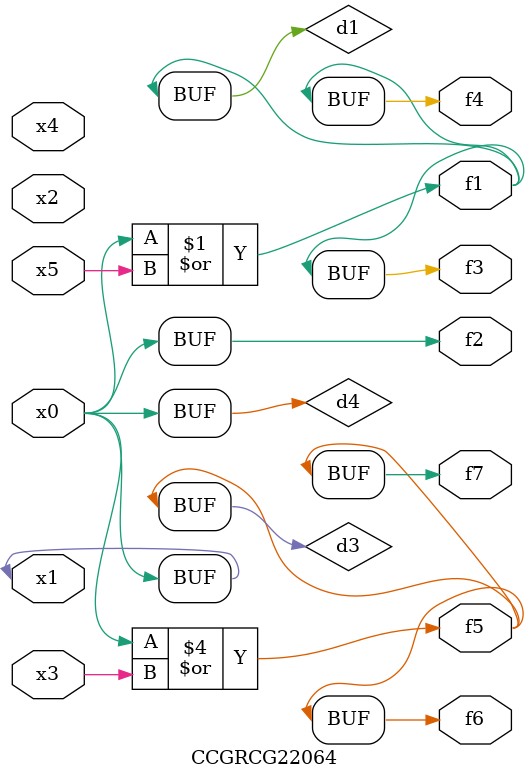
<source format=v>
module CCGRCG22064(
	input x0, x1, x2, x3, x4, x5,
	output f1, f2, f3, f4, f5, f6, f7
);

	wire d1, d2, d3, d4;

	or (d1, x0, x5);
	xnor (d2, x1, x4);
	or (d3, x0, x3);
	buf (d4, x0, x1);
	assign f1 = d1;
	assign f2 = d4;
	assign f3 = d1;
	assign f4 = d1;
	assign f5 = d3;
	assign f6 = d3;
	assign f7 = d3;
endmodule

</source>
